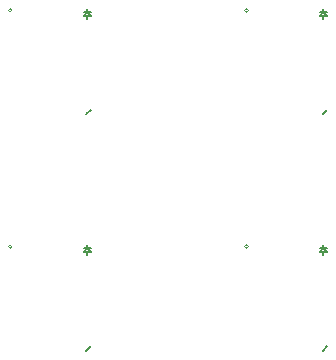
<source format=gto>
G04 #@! TF.FileFunction,Legend,Top*
%FSLAX46Y46*%
G04 Gerber Fmt 4.6, Leading zero omitted, Abs format (unit mm)*
G04 Created by KiCad (PCBNEW 4.0.7+dfsg1-1) date Fri Jun  1 01:11:19 2018*
%MOMM*%
%LPD*%
G01*
G04 APERTURE LIST*
%ADD10C,0.100000*%
%ADD11C,0.150000*%
G04 APERTURE END LIST*
D10*
X-2758579Y-13700000D02*
G75*
G03X-2758579Y-13700000I-141421J0D01*
G01*
D11*
X3600000Y-14200000D02*
X3600000Y-14300000D01*
X3600000Y-14300000D02*
X3600000Y-14400000D01*
X3600000Y-13600000D02*
X3600000Y-13800000D01*
X3600000Y-13800000D02*
X3900000Y-14200000D01*
X3900000Y-14200000D02*
X3300000Y-14200000D01*
X3300000Y-14200000D02*
X3600000Y-13800000D01*
X3600000Y-13800000D02*
X3900000Y-13800000D01*
X3900000Y-13800000D02*
X3300000Y-13800000D01*
X3950000Y-22100000D02*
X3550000Y-22500000D01*
X23950000Y-22100000D02*
X23550000Y-22500000D01*
X23600000Y-14200000D02*
X23600000Y-14300000D01*
X23600000Y-14300000D02*
X23600000Y-14400000D01*
X23600000Y-13600000D02*
X23600000Y-13800000D01*
X23600000Y-13800000D02*
X23900000Y-14200000D01*
X23900000Y-14200000D02*
X23300000Y-14200000D01*
X23300000Y-14200000D02*
X23600000Y-13800000D01*
X23600000Y-13800000D02*
X23900000Y-13800000D01*
X23900000Y-13800000D02*
X23300000Y-13800000D01*
D10*
X17241421Y-13700000D02*
G75*
G03X17241421Y-13700000I-141421J0D01*
G01*
X17241421Y6300000D02*
G75*
G03X17241421Y6300000I-141421J0D01*
G01*
D11*
X23600000Y5800000D02*
X23600000Y5700000D01*
X23600000Y5700000D02*
X23600000Y5600000D01*
X23600000Y6400000D02*
X23600000Y6200000D01*
X23600000Y6200000D02*
X23900000Y5800000D01*
X23900000Y5800000D02*
X23300000Y5800000D01*
X23300000Y5800000D02*
X23600000Y6200000D01*
X23600000Y6200000D02*
X23900000Y6200000D01*
X23900000Y6200000D02*
X23300000Y6200000D01*
X23950000Y-2100000D02*
X23550000Y-2500000D01*
X3950000Y-2100000D02*
X3550000Y-2500000D01*
X3600000Y5800000D02*
X3600000Y5700000D01*
X3600000Y5700000D02*
X3600000Y5600000D01*
X3600000Y6400000D02*
X3600000Y6200000D01*
X3600000Y6200000D02*
X3900000Y5800000D01*
X3900000Y5800000D02*
X3300000Y5800000D01*
X3300000Y5800000D02*
X3600000Y6200000D01*
X3600000Y6200000D02*
X3900000Y6200000D01*
X3900000Y6200000D02*
X3300000Y6200000D01*
D10*
X-2758579Y6300000D02*
G75*
G03X-2758579Y6300000I-141421J0D01*
G01*
D11*
M02*

</source>
